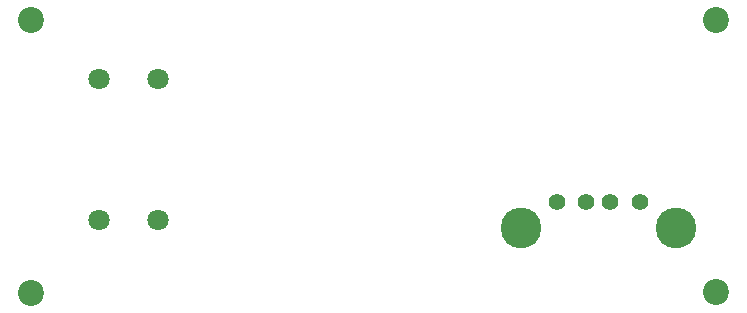
<source format=gbs>
G04 #@! TF.GenerationSoftware,KiCad,Pcbnew,7.0.10*
G04 #@! TF.CreationDate,2024-02-21T14:31:42-05:00*
G04 #@! TF.ProjectId,main_buck_board,6d61696e-5f62-4756-936b-5f626f617264,rev?*
G04 #@! TF.SameCoordinates,Original*
G04 #@! TF.FileFunction,Soldermask,Bot*
G04 #@! TF.FilePolarity,Negative*
%FSLAX46Y46*%
G04 Gerber Fmt 4.6, Leading zero omitted, Abs format (unit mm)*
G04 Created by KiCad (PCBNEW 7.0.10) date 2024-02-21 14:31:42*
%MOMM*%
%LPD*%
G01*
G04 APERTURE LIST*
%ADD10C,2.200000*%
%ADD11C,1.803400*%
%ADD12C,1.400000*%
%ADD13C,3.450000*%
G04 APERTURE END LIST*
D10*
X147870000Y-121360000D03*
D11*
X153565000Y-103270000D03*
X158565000Y-103270000D03*
D10*
X205840000Y-121300000D03*
X205840000Y-98310000D03*
D12*
X192350000Y-113665000D03*
X194850000Y-113665000D03*
X196850000Y-113665000D03*
X199350000Y-113665000D03*
D13*
X189280000Y-115865000D03*
X202420000Y-115865000D03*
D11*
X153615000Y-115250000D03*
X158615000Y-115250000D03*
D10*
X147810000Y-98310000D03*
M02*

</source>
